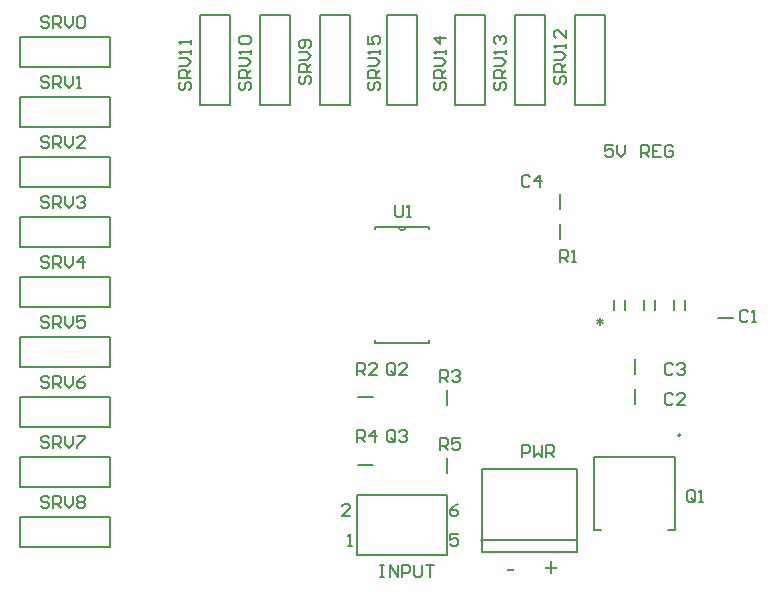
<source format=gto>
G04*
G04 #@! TF.GenerationSoftware,Altium Limited,Altium Designer,19.1.5 (86)*
G04*
G04 Layer_Color=65535*
%FSLAX25Y25*%
%MOIN*%
G70*
G01*
G75*
%ADD10C,0.00600*%
%ADD11C,0.00787*%
%ADD12C,0.00500*%
G36*
X199989Y6023D02*
X201736D01*
Y5291D01*
X199989D01*
Y3535D01*
X199247D01*
Y5291D01*
X197500D01*
Y6023D01*
X199247D01*
Y7770D01*
X199989D01*
Y6023D01*
D02*
G37*
G36*
X187411Y4423D02*
X185000D01*
Y5213D01*
X187411D01*
Y4423D01*
D02*
G37*
D10*
X148800Y119300D02*
G03*
X151200Y119300I1200J0D01*
G01*
X158900Y118600D02*
Y119300D01*
X141100Y80700D02*
Y81400D01*
Y80700D02*
X158900D01*
Y81400D01*
X151200Y119300D02*
X158900D01*
X148800D02*
X151200D01*
X141100D02*
X148800D01*
X141100Y118600D02*
Y119300D01*
X244400Y91600D02*
Y94790D01*
X234400Y91600D02*
Y94790D01*
X224400Y91600D02*
Y94790D01*
X240600Y91600D02*
Y94790D01*
X230600Y91600D02*
Y94790D01*
X220600Y91600D02*
Y94790D01*
D11*
X242799Y49807D02*
G03*
X242799Y49807I-394J0D01*
G01*
X202500Y125138D02*
Y130256D01*
Y115138D02*
Y120256D01*
X145000Y160000D02*
X155000D01*
X145000D02*
Y190000D01*
X155000D01*
Y160000D02*
Y190000D01*
X167500Y160000D02*
X177500D01*
X167500D02*
Y190000D01*
X177500D01*
Y160000D02*
Y190000D01*
X187500Y160000D02*
X197500D01*
X187500D02*
Y190000D01*
X197500D01*
Y160000D02*
Y190000D01*
X207500Y160000D02*
X217500D01*
X207500D02*
Y190000D01*
X217500D01*
Y160000D02*
Y190000D01*
X82500Y160000D02*
X92500D01*
X82500D02*
Y190000D01*
X92500D01*
Y160000D02*
Y190000D01*
X102500Y160000D02*
X112500D01*
X102500D02*
Y190000D01*
X112500D01*
Y160000D02*
Y190000D01*
X122500Y160000D02*
X132500D01*
X122500D02*
Y190000D01*
X132500D01*
Y160000D02*
Y190000D01*
X22500Y12500D02*
Y22500D01*
X52500D01*
Y12500D02*
Y22500D01*
X22500Y12500D02*
X52500D01*
X255244Y89000D02*
X260362D01*
X165000Y10000D02*
Y30000D01*
X135000Y10000D02*
Y30000D01*
X165000D01*
X135000Y10000D02*
X165000D01*
X145833D02*
X165000D01*
Y59744D02*
Y64862D01*
Y37244D02*
Y42362D01*
X135138Y62500D02*
X140256D01*
X135138Y40000D02*
X140256D01*
X227500Y70138D02*
Y75256D01*
Y60138D02*
Y65256D01*
X22500Y32500D02*
Y42500D01*
X52500D01*
Y32500D02*
Y42500D01*
X22500Y32500D02*
X52500D01*
X22500Y52500D02*
Y62500D01*
X52500D01*
Y52500D02*
Y62500D01*
X22500Y52500D02*
X52500D01*
X22500Y72500D02*
Y82500D01*
X52500D01*
Y72500D02*
Y82500D01*
X22500Y72500D02*
X52500D01*
X22500Y92500D02*
Y102500D01*
X52500D01*
Y92500D02*
Y102500D01*
X22500Y92500D02*
X52500D01*
X22500Y112500D02*
Y122500D01*
X52500D01*
Y112500D02*
Y122500D01*
X22500Y112500D02*
X52500D01*
X22500Y132500D02*
Y142500D01*
X52500D01*
Y132500D02*
Y142500D01*
X22500Y132500D02*
X52500D01*
X22500Y152500D02*
Y162500D01*
X52500D01*
Y152500D02*
Y162500D01*
X22500Y152500D02*
X52500D01*
X22500Y172500D02*
Y182500D01*
X52500D01*
Y172500D02*
Y182500D01*
X22500Y172500D02*
X52500D01*
D12*
X238705Y18165D02*
X240886D01*
Y42654D01*
X214114Y18165D02*
X216295D01*
X214114D02*
Y42654D01*
X240886D01*
X176358Y14764D02*
X208248D01*
X176555Y10827D02*
Y38386D01*
Y10827D02*
X208445D01*
Y38386D01*
X176555D02*
X208445D01*
X147500Y126499D02*
Y123167D01*
X148167Y122500D01*
X149499D01*
X150166Y123167D01*
Y126499D01*
X151499Y122500D02*
X152832D01*
X152165D01*
Y126499D01*
X151499Y125832D01*
X192666Y135832D02*
X191999Y136499D01*
X190666D01*
X190000Y135832D01*
Y133167D01*
X190666Y132500D01*
X191999D01*
X192666Y133167D01*
X195998Y132500D02*
Y136499D01*
X193999Y134499D01*
X196665D01*
X202500Y107500D02*
Y111499D01*
X204499D01*
X205166Y110832D01*
Y109499D01*
X204499Y108833D01*
X202500D01*
X203833D02*
X205166Y107500D01*
X206499D02*
X207832D01*
X207165D01*
Y111499D01*
X206499Y110832D01*
X139168Y167666D02*
X138501Y166999D01*
Y165666D01*
X139168Y165000D01*
X139834D01*
X140501Y165666D01*
Y166999D01*
X141167Y167666D01*
X141833D01*
X142500Y166999D01*
Y165666D01*
X141833Y165000D01*
X142500Y168999D02*
X138501D01*
Y170998D01*
X139168Y171665D01*
X140501D01*
X141167Y170998D01*
Y168999D01*
Y170332D02*
X142500Y171665D01*
X138501Y172997D02*
X141167D01*
X142500Y174330D01*
X141167Y175663D01*
X138501D01*
X142500Y176996D02*
Y178329D01*
Y177663D01*
X138501D01*
X139168Y176996D01*
X138501Y182994D02*
Y180328D01*
X140501D01*
X139834Y181661D01*
Y182328D01*
X140501Y182994D01*
X141833D01*
X142500Y182328D01*
Y180995D01*
X141833Y180328D01*
X161168Y167666D02*
X160501Y166999D01*
Y165666D01*
X161168Y165000D01*
X161834D01*
X162501Y165666D01*
Y166999D01*
X163167Y167666D01*
X163833D01*
X164500Y166999D01*
Y165666D01*
X163833Y165000D01*
X164500Y168999D02*
X160501D01*
Y170998D01*
X161168Y171665D01*
X162501D01*
X163167Y170998D01*
Y168999D01*
Y170332D02*
X164500Y171665D01*
X160501Y172997D02*
X163167D01*
X164500Y174330D01*
X163167Y175663D01*
X160501D01*
X164500Y176996D02*
Y178329D01*
Y177663D01*
X160501D01*
X161168Y176996D01*
X164500Y182328D02*
X160501D01*
X162501Y180328D01*
Y182994D01*
X181168Y167666D02*
X180501Y166999D01*
Y165666D01*
X181168Y165000D01*
X181834D01*
X182501Y165666D01*
Y166999D01*
X183167Y167666D01*
X183834D01*
X184500Y166999D01*
Y165666D01*
X183834Y165000D01*
X184500Y168999D02*
X180501D01*
Y170998D01*
X181168Y171665D01*
X182501D01*
X183167Y170998D01*
Y168999D01*
Y170332D02*
X184500Y171665D01*
X180501Y172997D02*
X183167D01*
X184500Y174330D01*
X183167Y175663D01*
X180501D01*
X184500Y176996D02*
Y178329D01*
Y177663D01*
X180501D01*
X181168Y176996D01*
Y180328D02*
X180501Y180995D01*
Y182328D01*
X181168Y182994D01*
X181834D01*
X182501Y182328D01*
Y181661D01*
Y182328D01*
X183167Y182994D01*
X183834D01*
X184500Y182328D01*
Y180995D01*
X183834Y180328D01*
X201168Y169666D02*
X200501Y168999D01*
Y167666D01*
X201168Y167000D01*
X201834D01*
X202501Y167666D01*
Y168999D01*
X203167Y169666D01*
X203834D01*
X204500Y168999D01*
Y167666D01*
X203834Y167000D01*
X204500Y170999D02*
X200501D01*
Y172998D01*
X201168Y173664D01*
X202501D01*
X203167Y172998D01*
Y170999D01*
Y172332D02*
X204500Y173664D01*
X200501Y174997D02*
X203167D01*
X204500Y176330D01*
X203167Y177663D01*
X200501D01*
X204500Y178996D02*
Y180329D01*
Y179663D01*
X200501D01*
X201168Y178996D01*
X204500Y184994D02*
Y182328D01*
X201834Y184994D01*
X201168D01*
X200501Y184328D01*
Y182995D01*
X201168Y182328D01*
X76168Y167666D02*
X75501Y166999D01*
Y165666D01*
X76168Y165000D01*
X76834D01*
X77501Y165666D01*
Y166999D01*
X78167Y167666D01*
X78834D01*
X79500Y166999D01*
Y165666D01*
X78834Y165000D01*
X79500Y168999D02*
X75501D01*
Y170998D01*
X76168Y171665D01*
X77501D01*
X78167Y170998D01*
Y168999D01*
Y170332D02*
X79500Y171665D01*
X75501Y172997D02*
X78167D01*
X79500Y174330D01*
X78167Y175663D01*
X75501D01*
X79500Y176996D02*
Y178329D01*
Y177663D01*
X75501D01*
X76168Y176996D01*
X79500Y180328D02*
Y181661D01*
Y180995D01*
X75501D01*
X76168Y180328D01*
X96168Y167666D02*
X95501Y166999D01*
Y165666D01*
X96168Y165000D01*
X96834D01*
X97501Y165666D01*
Y166999D01*
X98167Y167666D01*
X98834D01*
X99500Y166999D01*
Y165666D01*
X98834Y165000D01*
X99500Y168999D02*
X95501D01*
Y170998D01*
X96168Y171665D01*
X97501D01*
X98167Y170998D01*
Y168999D01*
Y170332D02*
X99500Y171665D01*
X95501Y172997D02*
X98167D01*
X99500Y174330D01*
X98167Y175663D01*
X95501D01*
X99500Y176996D02*
Y178329D01*
Y177663D01*
X95501D01*
X96168Y176996D01*
Y180328D02*
X95501Y180995D01*
Y182328D01*
X96168Y182994D01*
X98834D01*
X99500Y182328D01*
Y180995D01*
X98834Y180328D01*
X96168D01*
X116168Y169666D02*
X115501Y168999D01*
Y167666D01*
X116168Y167000D01*
X116834D01*
X117501Y167666D01*
Y168999D01*
X118167Y169666D01*
X118833D01*
X119500Y168999D01*
Y167666D01*
X118833Y167000D01*
X119500Y170999D02*
X115501D01*
Y172998D01*
X116168Y173664D01*
X117501D01*
X118167Y172998D01*
Y170999D01*
Y172332D02*
X119500Y173664D01*
X115501Y174997D02*
X118167D01*
X119500Y176330D01*
X118167Y177663D01*
X115501D01*
X118833Y178996D02*
X119500Y179663D01*
Y180996D01*
X118833Y181662D01*
X116168D01*
X115501Y180996D01*
Y179663D01*
X116168Y178996D01*
X116834D01*
X117501Y179663D01*
Y181662D01*
X32166Y28832D02*
X31499Y29499D01*
X30166D01*
X29500Y28832D01*
Y28166D01*
X30166Y27499D01*
X31499D01*
X32166Y26833D01*
Y26166D01*
X31499Y25500D01*
X30166D01*
X29500Y26166D01*
X33499Y25500D02*
Y29499D01*
X35498D01*
X36165Y28832D01*
Y27499D01*
X35498Y26833D01*
X33499D01*
X34832D02*
X36165Y25500D01*
X37497Y29499D02*
Y26833D01*
X38830Y25500D01*
X40163Y26833D01*
Y29499D01*
X41496Y28832D02*
X42163Y29499D01*
X43496D01*
X44162Y28832D01*
Y28166D01*
X43496Y27499D01*
X44162Y26833D01*
Y26166D01*
X43496Y25500D01*
X42163D01*
X41496Y26166D01*
Y26833D01*
X42163Y27499D01*
X41496Y28166D01*
Y28832D01*
X42163Y27499D02*
X43496D01*
X265166Y90832D02*
X264499Y91499D01*
X263166D01*
X262500Y90832D01*
Y88166D01*
X263166Y87500D01*
X264499D01*
X265166Y88166D01*
X266499Y87500D02*
X267832D01*
X267165D01*
Y91499D01*
X266499Y90832D01*
X142500Y6499D02*
X143833D01*
X143166D01*
Y2500D01*
X142500D01*
X143833D01*
X145832D02*
Y6499D01*
X148498Y2500D01*
Y6499D01*
X149831Y2500D02*
Y6499D01*
X151830D01*
X152497Y5832D01*
Y4499D01*
X151830Y3833D01*
X149831D01*
X153830Y6499D02*
Y3167D01*
X154496Y2500D01*
X155829D01*
X156495Y3167D01*
Y6499D01*
X157828D02*
X160494D01*
X159161D01*
Y2500D01*
X168666Y26999D02*
X167333Y26332D01*
X166000Y24999D01*
Y23666D01*
X166666Y23000D01*
X167999D01*
X168666Y23666D01*
Y24333D01*
X167999Y24999D01*
X166000D01*
X168666Y16999D02*
X166000D01*
Y14999D01*
X167333Y15666D01*
X167999D01*
X168666Y14999D01*
Y13667D01*
X167999Y13000D01*
X166666D01*
X166000Y13667D01*
X132666Y23000D02*
X130000D01*
X132666Y25666D01*
Y26332D01*
X131999Y26999D01*
X130666D01*
X130000Y26332D01*
X132000Y13000D02*
X133333D01*
X132667D01*
Y16999D01*
X132000Y16332D01*
X162500Y67500D02*
Y71499D01*
X164499D01*
X165166Y70832D01*
Y69499D01*
X164499Y68833D01*
X162500D01*
X163833D02*
X165166Y67500D01*
X166499Y70832D02*
X167165Y71499D01*
X168498D01*
X169165Y70832D01*
Y70166D01*
X168498Y69499D01*
X167832D01*
X168498D01*
X169165Y68833D01*
Y68166D01*
X168498Y67500D01*
X167165D01*
X166499Y68166D01*
X162500Y45000D02*
Y48999D01*
X164499D01*
X165166Y48332D01*
Y46999D01*
X164499Y46333D01*
X162500D01*
X163833D02*
X165166Y45000D01*
X169165Y48999D02*
X166499D01*
Y46999D01*
X167832Y47666D01*
X168498D01*
X169165Y46999D01*
Y45666D01*
X168498Y45000D01*
X167165D01*
X166499Y45666D01*
X147666Y70666D02*
Y73332D01*
X146999Y73999D01*
X145667D01*
X145000Y73332D01*
Y70666D01*
X145667Y70000D01*
X146999D01*
X146333Y71333D02*
X147666Y70000D01*
X146999D02*
X147666Y70666D01*
X151664Y70000D02*
X148999D01*
X151664Y72666D01*
Y73332D01*
X150998Y73999D01*
X149665D01*
X148999Y73332D01*
X147666Y48166D02*
Y50832D01*
X146999Y51499D01*
X145667D01*
X145000Y50832D01*
Y48166D01*
X145667Y47500D01*
X146999D01*
X146333Y48833D02*
X147666Y47500D01*
X146999D02*
X147666Y48166D01*
X148999Y50832D02*
X149665Y51499D01*
X150998D01*
X151664Y50832D01*
Y50166D01*
X150998Y49499D01*
X150332D01*
X150998D01*
X151664Y48833D01*
Y48166D01*
X150998Y47500D01*
X149665D01*
X148999Y48166D01*
X135000Y70000D02*
Y73999D01*
X136999D01*
X137666Y73332D01*
Y71999D01*
X136999Y71333D01*
X135000D01*
X136333D02*
X137666Y70000D01*
X141665D02*
X138999D01*
X141665Y72666D01*
Y73332D01*
X140998Y73999D01*
X139665D01*
X138999Y73332D01*
X135000Y47500D02*
Y51499D01*
X136999D01*
X137666Y50832D01*
Y49499D01*
X136999Y48833D01*
X135000D01*
X136333D02*
X137666Y47500D01*
X140998D02*
Y51499D01*
X138999Y49499D01*
X141665D01*
X240166Y73332D02*
X239499Y73999D01*
X238166D01*
X237500Y73332D01*
Y70666D01*
X238166Y70000D01*
X239499D01*
X240166Y70666D01*
X241499Y73332D02*
X242165Y73999D01*
X243498D01*
X244164Y73332D01*
Y72666D01*
X243498Y71999D01*
X242832D01*
X243498D01*
X244164Y71333D01*
Y70666D01*
X243498Y70000D01*
X242165D01*
X241499Y70666D01*
X240166Y63332D02*
X239499Y63999D01*
X238166D01*
X237500Y63332D01*
Y60666D01*
X238166Y60000D01*
X239499D01*
X240166Y60666D01*
X244164Y60000D02*
X241499D01*
X244164Y62666D01*
Y63332D01*
X243498Y63999D01*
X242165D01*
X241499Y63332D01*
X32166Y48832D02*
X31499Y49499D01*
X30166D01*
X29500Y48832D01*
Y48166D01*
X30166Y47499D01*
X31499D01*
X32166Y46833D01*
Y46166D01*
X31499Y45500D01*
X30166D01*
X29500Y46166D01*
X33499Y45500D02*
Y49499D01*
X35498D01*
X36165Y48832D01*
Y47499D01*
X35498Y46833D01*
X33499D01*
X34832D02*
X36165Y45500D01*
X37497Y49499D02*
Y46833D01*
X38830Y45500D01*
X40163Y46833D01*
Y49499D01*
X41496D02*
X44162D01*
Y48832D01*
X41496Y46166D01*
Y45500D01*
X32166Y68832D02*
X31499Y69499D01*
X30166D01*
X29500Y68832D01*
Y68166D01*
X30166Y67499D01*
X31499D01*
X32166Y66833D01*
Y66166D01*
X31499Y65500D01*
X30166D01*
X29500Y66166D01*
X33499Y65500D02*
Y69499D01*
X35498D01*
X36165Y68832D01*
Y67499D01*
X35498Y66833D01*
X33499D01*
X34832D02*
X36165Y65500D01*
X37497Y69499D02*
Y66833D01*
X38830Y65500D01*
X40163Y66833D01*
Y69499D01*
X44162D02*
X42829Y68832D01*
X41496Y67499D01*
Y66166D01*
X42163Y65500D01*
X43496D01*
X44162Y66166D01*
Y66833D01*
X43496Y67499D01*
X41496D01*
X32166Y88832D02*
X31499Y89499D01*
X30166D01*
X29500Y88832D01*
Y88166D01*
X30166Y87499D01*
X31499D01*
X32166Y86833D01*
Y86166D01*
X31499Y85500D01*
X30166D01*
X29500Y86166D01*
X33499Y85500D02*
Y89499D01*
X35498D01*
X36165Y88832D01*
Y87499D01*
X35498Y86833D01*
X33499D01*
X34832D02*
X36165Y85500D01*
X37497Y89499D02*
Y86833D01*
X38830Y85500D01*
X40163Y86833D01*
Y89499D01*
X44162D02*
X41496D01*
Y87499D01*
X42829Y88166D01*
X43496D01*
X44162Y87499D01*
Y86166D01*
X43496Y85500D01*
X42163D01*
X41496Y86166D01*
X32166Y108832D02*
X31499Y109499D01*
X30166D01*
X29500Y108832D01*
Y108166D01*
X30166Y107499D01*
X31499D01*
X32166Y106833D01*
Y106167D01*
X31499Y105500D01*
X30166D01*
X29500Y106167D01*
X33499Y105500D02*
Y109499D01*
X35498D01*
X36165Y108832D01*
Y107499D01*
X35498Y106833D01*
X33499D01*
X34832D02*
X36165Y105500D01*
X37497Y109499D02*
Y106833D01*
X38830Y105500D01*
X40163Y106833D01*
Y109499D01*
X43496Y105500D02*
Y109499D01*
X41496Y107499D01*
X44162D01*
X32166Y128832D02*
X31499Y129499D01*
X30166D01*
X29500Y128832D01*
Y128166D01*
X30166Y127499D01*
X31499D01*
X32166Y126833D01*
Y126166D01*
X31499Y125500D01*
X30166D01*
X29500Y126166D01*
X33499Y125500D02*
Y129499D01*
X35498D01*
X36165Y128832D01*
Y127499D01*
X35498Y126833D01*
X33499D01*
X34832D02*
X36165Y125500D01*
X37497Y129499D02*
Y126833D01*
X38830Y125500D01*
X40163Y126833D01*
Y129499D01*
X41496Y128832D02*
X42163Y129499D01*
X43496D01*
X44162Y128832D01*
Y128166D01*
X43496Y127499D01*
X42829D01*
X43496D01*
X44162Y126833D01*
Y126166D01*
X43496Y125500D01*
X42163D01*
X41496Y126166D01*
X32166Y148832D02*
X31499Y149499D01*
X30166D01*
X29500Y148832D01*
Y148166D01*
X30166Y147499D01*
X31499D01*
X32166Y146833D01*
Y146167D01*
X31499Y145500D01*
X30166D01*
X29500Y146167D01*
X33499Y145500D02*
Y149499D01*
X35498D01*
X36165Y148832D01*
Y147499D01*
X35498Y146833D01*
X33499D01*
X34832D02*
X36165Y145500D01*
X37497Y149499D02*
Y146833D01*
X38830Y145500D01*
X40163Y146833D01*
Y149499D01*
X44162Y145500D02*
X41496D01*
X44162Y148166D01*
Y148832D01*
X43496Y149499D01*
X42163D01*
X41496Y148832D01*
X32166Y168832D02*
X31499Y169499D01*
X30166D01*
X29500Y168832D01*
Y168166D01*
X30166Y167499D01*
X31499D01*
X32166Y166833D01*
Y166166D01*
X31499Y165500D01*
X30166D01*
X29500Y166166D01*
X33499Y165500D02*
Y169499D01*
X35498D01*
X36165Y168832D01*
Y167499D01*
X35498Y166833D01*
X33499D01*
X34832D02*
X36165Y165500D01*
X37497Y169499D02*
Y166833D01*
X38830Y165500D01*
X40163Y166833D01*
Y169499D01*
X41496Y165500D02*
X42829D01*
X42163D01*
Y169499D01*
X41496Y168832D01*
X32166Y188832D02*
X31499Y189499D01*
X30166D01*
X29500Y188832D01*
Y188166D01*
X30166Y187499D01*
X31499D01*
X32166Y186833D01*
Y186167D01*
X31499Y185500D01*
X30166D01*
X29500Y186167D01*
X33499Y185500D02*
Y189499D01*
X35498D01*
X36165Y188832D01*
Y187499D01*
X35498Y186833D01*
X33499D01*
X34832D02*
X36165Y185500D01*
X37497Y189499D02*
Y186833D01*
X38830Y185500D01*
X40163Y186833D01*
Y189499D01*
X41496Y188832D02*
X42163Y189499D01*
X43496D01*
X44162Y188832D01*
Y186167D01*
X43496Y185500D01*
X42163D01*
X41496Y186167D01*
Y188832D01*
X247666Y28166D02*
Y30832D01*
X246999Y31499D01*
X245666D01*
X245000Y30832D01*
Y28166D01*
X245666Y27500D01*
X246999D01*
X246333Y28833D02*
X247666Y27500D01*
X246999D02*
X247666Y28166D01*
X248999Y27500D02*
X250332D01*
X249665D01*
Y31499D01*
X248999Y30832D01*
X190000Y42500D02*
Y46499D01*
X191999D01*
X192666Y45832D01*
Y44499D01*
X191999Y43833D01*
X190000D01*
X193999Y46499D02*
Y42500D01*
X195332Y43833D01*
X196665Y42500D01*
Y46499D01*
X197997Y42500D02*
Y46499D01*
X199997D01*
X200663Y45832D01*
Y44499D01*
X199997Y43833D01*
X197997D01*
X199330D02*
X200663Y42500D01*
X215952Y88899D02*
Y86614D01*
X215000Y88328D02*
X216904Y87185D01*
Y88328D02*
X215000Y87185D01*
X220166Y146499D02*
X217500D01*
Y144499D01*
X218833Y145166D01*
X219499D01*
X220166Y144499D01*
Y143166D01*
X219499Y142500D01*
X218166D01*
X217500Y143166D01*
X221499Y146499D02*
Y143833D01*
X222832Y142500D01*
X224165Y143833D01*
Y146499D01*
X229496Y142500D02*
Y146499D01*
X231495D01*
X232162Y145832D01*
Y144499D01*
X231495Y143833D01*
X229496D01*
X230829D02*
X232162Y142500D01*
X236161Y146499D02*
X233495D01*
Y142500D01*
X236161D01*
X233495Y144499D02*
X234828D01*
X240159Y145832D02*
X239493Y146499D01*
X238160D01*
X237494Y145832D01*
Y143166D01*
X238160Y142500D01*
X239493D01*
X240159Y143166D01*
Y144499D01*
X238826D01*
M02*

</source>
